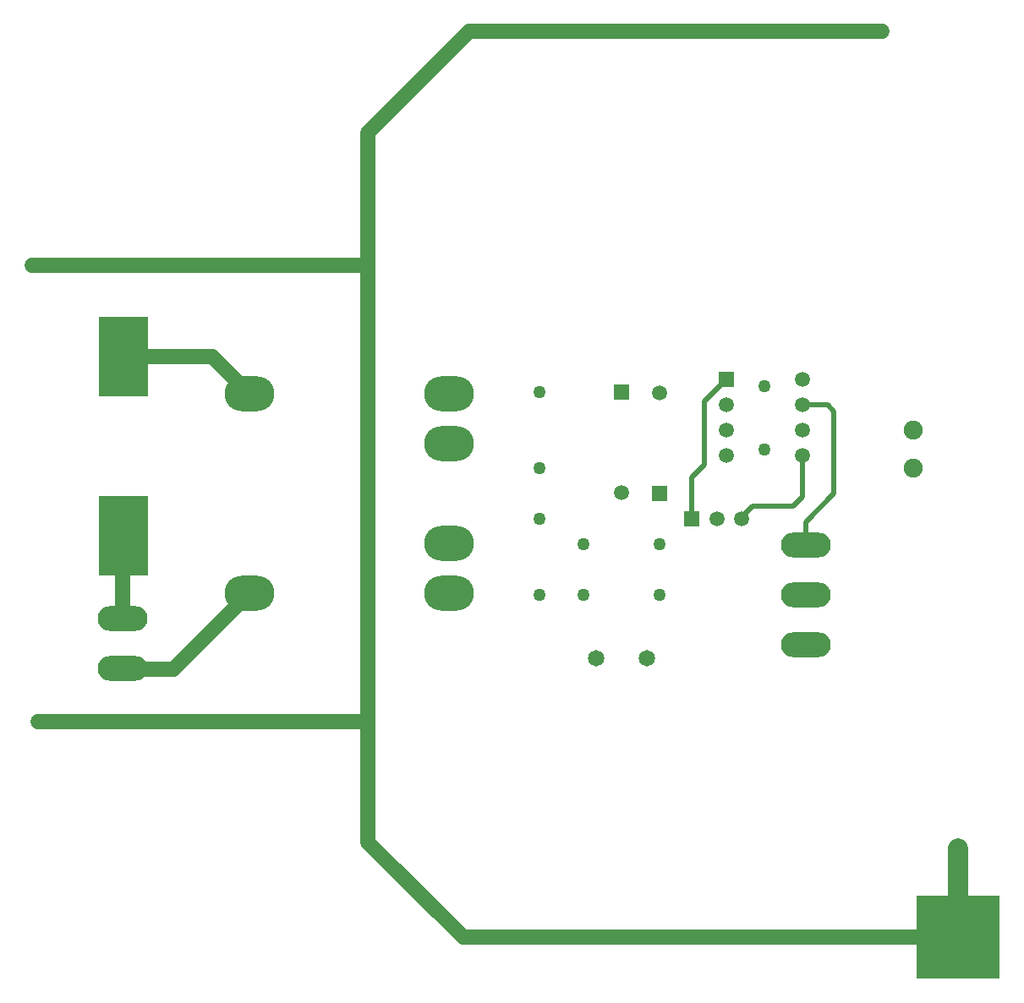
<source format=gbr>
G04 DipTrace 4.3.0.1*
G04 1 - Top.gbr*
%MOMM*%
G04 #@! TF.FileFunction,Copper,L1,Top*
G04 #@! TF.Part,Single*
G04 #@! TA.AperFunction,Conductor*
%ADD15C,1.5*%
%ADD17C,0.5*%
%ADD18C,2.0*%
G04 #@! TA.AperFunction,ComponentPad*
%ADD19R,8.4X8.4*%
%ADD21O,5.0X3.5*%
%ADD22O,5.0X2.5*%
%ADD23C,1.27*%
%ADD24C,1.27*%
%ADD25C,1.905*%
%ADD26C,1.65*%
%ADD27C,1.0*%
%ADD28R,1.5X1.5*%
%ADD29C,1.5*%
%ADD30R,5.0X8.0*%
%FSLAX35Y35*%
G04*
G71*
G90*
G75*
G01*
G04 Top*
%LPD*%
X-3920500Y-1253500D2*
D15*
Y-439000D1*
X-3905250Y-423750D1*
X-3920500Y-1753500D2*
Y-1761500D1*
X-3412500D1*
X-2667000Y-1016000D1*
Y-1000000D1*
X-2646000D1*
X2889250Y889000D2*
D17*
X3143250D1*
X3206750Y825500D1*
Y0D1*
X2921000Y-285750D1*
Y-516000D1*
X4445000Y-4445000D2*
D15*
X-508000D1*
X-1460500Y-3492500D1*
Y-2286000D1*
Y2286000D1*
Y3619500D1*
X-444500Y4635500D1*
X3683000D1*
X4445000Y-3556000D2*
D18*
Y-4445000D1*
X-4762500Y-2286000D2*
D15*
X-1460500D1*
X-4826000Y2286000D2*
X-1460500D1*
X-3905250Y1376250D2*
X-3022250D1*
X-2646000Y1000000D1*
X2282000Y-254000D2*
D17*
Y-233067D1*
X2388067Y-127000D1*
X2794000D1*
X2889250Y-31750D1*
Y381000D1*
X1782000Y-254000D2*
Y162750D1*
X1905000Y285750D1*
Y920750D1*
X2127250Y1143000D1*
D19*
X4445000Y-4445000D3*
D21*
X-2646000Y1000000D3*
Y-1000000D3*
X-646000Y1000000D3*
Y500000D3*
Y-500000D3*
Y-1000000D3*
D22*
X-3920500Y-1253500D3*
Y-1753500D3*
D23*
X254000Y1016000D3*
D24*
Y254000D3*
D23*
Y-254000D3*
D24*
Y-1016000D3*
D23*
X698500Y-508000D3*
D24*
X1460500D3*
D23*
X698500Y-1016000D3*
D24*
X1460500D3*
D22*
X2921000D3*
Y-516000D3*
D25*
X4000500Y635000D3*
D26*
X1333500Y-1651000D3*
X825500D3*
D27*
X3683000Y4635500D3*
D28*
X1460500Y0D3*
D29*
Y1010000D3*
D28*
X1079500Y1016000D3*
D29*
Y6000D3*
D25*
X4445000Y-3556000D3*
X4000500Y254000D3*
D28*
X2127250Y1143000D3*
D29*
Y889000D3*
Y635000D3*
Y381000D3*
X2889250D3*
Y635000D3*
Y889000D3*
Y1143000D3*
D23*
X2508250Y1079500D3*
D24*
Y444500D3*
D27*
X-4826000Y2286000D3*
X-4762500Y-2286000D3*
D28*
X1782000Y-254000D3*
D29*
X2032000D3*
X2282000D3*
D30*
X-3905250Y-423750D3*
Y1376250D3*
D22*
X2921000Y-1516000D3*
M02*

</source>
